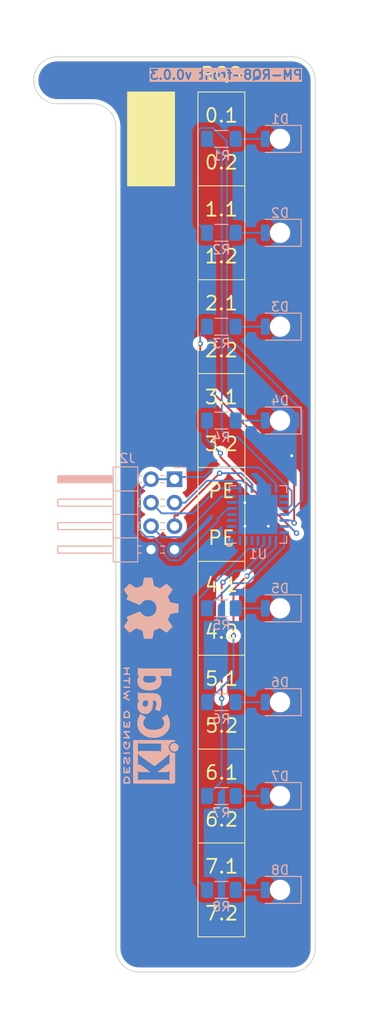
<source format=kicad_pcb>
(kicad_pcb (version 20240108) (generator "pcbnew") (generator_version "8.0")
  (title_block (title "${article} v${version}") (date "2024-07-12"))
  (layers (0 "F.Cu" signal) (31 "B.Cu" signal) (34 "B.Paste" user) (35 "F.Paste" user) (36 "B.SilkS" user "B.Silkscreen") (37 "F.SilkS" user "F.Silkscreen") (38 "B.Mask" user) (39 "F.Mask" user) (44 "Edge.Cuts" user))
  (property "article" "PM-RQ8-front")
  (property "version" "0.0.3")
  (net 0 "")
  (net 1 "GND")
  (net 2 "/MISO")
  (net 3 "/SCK")
  (net 4 "+3.3V")
  (net 5 "/MOSI")
  (net 6 "/CS")
  (net 7 "Net-(D1-A)")
  (net 8 "Net-(D2-A)")
  (net 9 "Net-(D3-A)")
  (net 10 "Net-(D4-A)")
  (net 11 "Net-(D5-A)")
  (net 12 "Net-(D6-A)")
  (net 13 "Net-(D7-A)")
  (net 14 "Net-(D8-A)")
  (net 15 "/0")
  (net 16 "/1")
  (net 17 "/2")
  (net 18 "/3")
  (net 19 "/4")
  (net 20 "/5")
  (net 21 "/6")
  (net 22 "/7")
  (footprint "kicad_inventree_lib:LED_1206_3216Metric_ReverseMount_Hole1.8x2.4mm" (layer "B.Cu") (at 77.47 110.49 180)
    (property "Reference" "D5" (at 0 2.145 0) (layer "B.SilkS") (effects (justify mirror)))
    (property "Value" "Green")
    (pad "" np_thru_hole oval (at 0 0 180) (size 1.7 1.7) (drill oval 1.7) (layers "F&B.Cu" "*.Mask"))
    (pad "1" smd roundrect (at -1.6 0 180) (size 0.95 1.8) (layers "B.Cu" "B.Paste" "B.Mask") (roundrect_rratio 0.2) (net 1 "GND"))
    (pad "2" smd roundrect (at 1.6 0 180) (size 0.95 1.8) (layers "B.Cu" "B.Paste" "B.Mask") (roundrect_rratio 0.2) (net 11 "Net-(D5-A)"))
  )
  (footprint "Resistor_SMD:R_1206_3216Metric_Pad1.30x1.75mm_HandSolder" (layer "B.Cu") (at 71.12 59.69)
    (property "Reference" "R1" (at 0 1.82 0) (layer "B.SilkS") (effects (justify mirror)))
    (property "Value" "270")
    (pad "1" smd roundrect (at -1.55 0) (size 1.3 1.75) (layers "B.Cu" "B.Paste" "B.Mask") (roundrect_rratio 0.192308) (net 15 "/0"))
    (pad "2" smd roundrect (at 1.55 0) (size 1.3 1.75) (layers "B.Cu" "B.Paste" "B.Mask") (roundrect_rratio 0.192308) (net 7 "Net-(D1-A)"))
  )
  (footprint "Resistor_SMD:R_1206_3216Metric_Pad1.30x1.75mm_HandSolder" (layer "B.Cu") (at 71.12 130.81)
    (property "Reference" "R7" (at 0 1.82 0) (layer "B.SilkS") (effects (justify mirror)))
    (property "Value" "270")
    (pad "1" smd roundrect (at -1.55 0) (size 1.3 1.75) (layers "B.Cu" "B.Paste" "B.Mask") (roundrect_rratio 0.192308) (net 21 "/6"))
    (pad "2" smd roundrect (at 1.55 0) (size 1.3 1.75) (layers "B.Cu" "B.Paste" "B.Mask") (roundrect_rratio 0.192308) (net 13 "Net-(D7-A)"))
  )
  (footprint "kicad_inventree_lib:LED_1206_3216Metric_ReverseMount_Hole1.8x2.4mm" (layer "B.Cu") (at 77.47 90.17 180)
    (property "Reference" "D4" (at 0 2.145 0) (layer "B.SilkS") (effects (justify mirror)))
    (property "Value" "Green")
    (pad "" np_thru_hole oval (at 0 0 180) (size 1.7 1.7) (drill oval 1.7) (layers "F&B.Cu" "*.Mask"))
    (pad "1" smd roundrect (at -1.6 0 180) (size 0.95 1.8) (layers "B.Cu" "B.Paste" "B.Mask") (roundrect_rratio 0.2) (net 1 "GND"))
    (pad "2" smd roundrect (at 1.6 0 180) (size 0.95 1.8) (layers "B.Cu" "B.Paste" "B.Mask") (roundrect_rratio 0.2) (net 10 "Net-(D4-A)"))
  )
  (footprint "Resistor_SMD:R_1206_3216Metric_Pad1.30x1.75mm_HandSolder" (layer "B.Cu") (at 71.12 140.97)
    (property "Reference" "R8" (at 0 1.82 0) (layer "B.SilkS") (effects (justify mirror)))
    (property "Value" "270")
    (pad "1" smd roundrect (at -1.55 0) (size 1.3 1.75) (layers "B.Cu" "B.Paste" "B.Mask") (roundrect_rratio 0.192308) (net 22 "/7"))
    (pad "2" smd roundrect (at 1.55 0) (size 1.3 1.75) (layers "B.Cu" "B.Paste" "B.Mask") (roundrect_rratio 0.192308) (net 14 "Net-(D8-A)"))
  )
  (footprint "Resistor_SMD:R_1206_3216Metric_Pad1.30x1.75mm_HandSolder" (layer "B.Cu") (at 71.12 80.01)
    (property "Reference" "R3" (at 0 1.82 0) (layer "B.SilkS") (effects (justify mirror)))
    (property "Value" "270")
    (pad "1" smd roundrect (at -1.55 0) (size 1.3 1.75) (layers "B.Cu" "B.Paste" "B.Mask") (roundrect_rratio 0.192308) (net 17 "/2"))
    (pad "2" smd roundrect (at 1.55 0) (size 1.3 1.75) (layers "B.Cu" "B.Paste" "B.Mask") (roundrect_rratio 0.192308) (net 9 "Net-(D3-A)"))
  )
  (footprint "kicad_inventree_lib:LED_1206_3216Metric_ReverseMount_Hole1.8x2.4mm" (layer "B.Cu") (at 77.47 80.01 180)
    (property "Reference" "D3" (at 0 2.145 0) (layer "B.SilkS") (effects (justify mirror)))
    (property "Value" "Green")
    (pad "" np_thru_hole oval (at 0 0 180) (size 1.7 1.7) (drill oval 1.7) (layers "F&B.Cu" "*.Mask"))
    (pad "1" smd roundrect (at -1.6 0 180) (size 0.95 1.8) (layers "B.Cu" "B.Paste" "B.Mask") (roundrect_rratio 0.2) (net 1 "GND"))
    (pad "2" smd roundrect (at 1.6 0 180) (size 0.95 1.8) (layers "B.Cu" "B.Paste" "B.Mask") (roundrect_rratio 0.2) (net 9 "Net-(D3-A)"))
  )
  (footprint "Symbol:OSHW-Symbol_6.7x6mm_SilkScreen" (layer "B.Cu") (at 63.5 110.49 90)
    (property "Reference" "REF**" (hide yes))
    (property "Value" "OSHW-Symbol_6.7x6mm_SilkScreen" (hide yes))
  )
  (footprint "Resistor_SMD:R_1206_3216Metric_Pad1.30x1.75mm_HandSolder" (layer "B.Cu") (at 71.12 110.49)
    (property "Reference" "R5" (at 0 1.82 0) (layer "B.SilkS") (effects (justify mirror)))
    (property "Value" "270")
    (pad "1" smd roundrect (at -1.55 0) (size 1.3 1.75) (layers "B.Cu" "B.Paste" "B.Mask") (roundrect_rratio 0.192308) (net 19 "/4"))
    (pad "2" smd roundrect (at 1.55 0) (size 1.3 1.75) (layers "B.Cu" "B.Paste" "B.Mask") (roundrect_rratio 0.192308) (net 11 "Net-(D5-A)"))
  )
  (footprint "kicad_inventree_lib:LED_1206_3216Metric_ReverseMount_Hole1.8x2.4mm" (layer "B.Cu") (at 77.47 120.65 180)
    (property "Reference" "D6" (at 0 2.145 0) (layer "B.SilkS") (effects (justify mirror)))
    (property "Value" "Green")
    (pad "" np_thru_hole oval (at 0 0 180) (size 1.7 1.7) (drill oval 1.7) (layers "F&B.Cu" "*.Mask"))
    (pad "1" smd roundrect (at -1.6 0 180) (size 0.95 1.8) (layers "B.Cu" "B.Paste" "B.Mask") (roundrect_rratio 0.2) (net 1 "GND"))
    (pad "2" smd roundrect (at 1.6 0 180) (size 0.95 1.8) (layers "B.Cu" "B.Paste" "B.Mask") (roundrect_rratio 0.2) (net 12 "Net-(D6-A)"))
  )
  (footprint "Package_DFN_QFN:QFN-28-1EP_6x6mm_P0.65mm_EP4.25x4.25mm" (layer "B.Cu") (at 75.08 100.33)
    (property "Reference" "U1" (at 0 4.31 0) (layer "B.SilkS") (effects (justify mirror)))
    (property "Value" "MCP23S17_ML")
    (pad "1" smd roundrect (at -2.8375 1.95) (size 1.025 0.3) (layers "B.Cu" "B.Paste" "B.Mask"))
    (pad "2" smd roundrect (at -2.8375 1.3) (size 1.025 0.3) (layers "B.Cu" "B.Paste" "B.Mask"))
    (pad "3" smd roundrect (at -2.8375 0.65) (size 1.025 0.3) (layers "B.Cu" "B.Paste" "B.Mask"))
    (pad "4" smd roundrect (at -2.8375 0) (size 1.025 0.3) (layers "B.Cu" "B.Paste" "B.Mask"))
    (pad "5" smd roundrect (at -2.8375 -0.65) (size 1.025 0.3) (layers "B.Cu" "B.Paste" "B.Mask") (net 4 "+3.3V"))
    (pad "6" smd roundrect (at -2.8375 -1.3) (size 1.025 0.3) (layers "B.Cu" "B.Paste" "B.Mask") (net 1 "GND"))
    (pad "7" smd roundrect (at -2.8375 -1.95) (size 1.025 0.3) (layers "B.Cu" "B.Paste" "B.Mask") (net 6 "/CS"))
    (pad "8" smd roundrect (at -1.95 -2.8375) (size 0.3 1.025) (layers "B.Cu" "B.Paste" "B.Mask") (net 3 "/SCK"))
    (pad "9" smd roundrect (at -1.3 -2.8375) (size 0.3 1.025) (layers "B.Cu" "B.Paste" "B.Mask") (net 5 "/MOSI"))
    (pad "10" smd roundrect (at -0.65 -2.8375) (size 0.3 1.025) (layers "B.Cu" "B.Paste" "B.Mask") (net 2 "/MISO"))
    (pad "11" smd roundrect (at 0 -2.8375) (size 0.3 1.025) (layers "B.Cu" "B.Paste" "B.Mask") (net 1 "GND"))
    (pad "12" smd roundrect (at 0.65 -2.8375) (size 0.3 1.025) (layers "B.Cu" "B.Paste" "B.Mask") (net 1 "GND"))
    (pad "13" smd roundrect (at 1.3 -2.8375) (size 0.3 1.025) (layers "B.Cu" "B.Paste" "B.Mask") (net 1 "GND"))
    (pad "14" smd roundrect (at 1.95 -2.8375) (size 0.3 1.025) (layers "B.Cu" "B.Paste" "B.Mask") (net 4 "+3.3V"))
    (pad "15" smd roundrect (at 2.8375 -1.95) (size 1.025 0.3) (layers "B.Cu" "B.Paste" "B.Mask"))
    (pad "16" smd roundrect (at 2.8375 -1.3) (size 1.025 0.3) (layers "B.Cu" "B.Paste" "B.Mask"))
    (pad "17" smd roundrect (at 2.8375 -0.65) (size 1.025 0.3) (layers "B.Cu" "B.Paste" "B.Mask") (net 15 "/0"))
    (pad "18" smd roundrect (at 2.8375 0) (size 1.025 0.3) (layers "B.Cu" "B.Paste" "B.Mask") (net 16 "/1"))
    (pad "19" smd roundrect (at 2.8375 0.65) (size 1.025 0.3) (layers "B.Cu" "B.Paste" "B.Mask") (net 17 "/2"))
    (pad "20" smd roundrect (at 2.8375 1.3) (size 1.025 0.3) (layers "B.Cu" "B.Paste" "B.Mask") (net 18 "/3"))
    (pad "21" smd roundrect (at 2.8375 1.95) (size 1.025 0.3) (layers "B.Cu" "B.Paste" "B.Mask") (net 19 "/4"))
    (pad "22" smd roundrect (at 1.95 2.8375) (size 0.3 1.025) (layers "B.Cu" "B.Paste" "B.Mask") (net 20 "/5"))
    (pad "23" smd roundrect (at 1.3 2.8375) (size 0.3 1.025) (layers "B.Cu" "B.Paste" "B.Mask") (net 21 "/6"))
    (pad "24" smd roundrect (at 0.65 2.8375) (size 0.3 1.025) (layers "B.Cu" "B.Paste" "B.Mask") (net 22 "/7"))
    (pad "25" smd roundrect (at 0 2.8375) (size 0.3 1.025) (layers "B.Cu" "B.Paste" "B.Mask"))
    (pad "26" smd roundrect (at -0.65 2.8375) (size 0.3 1.025) (layers "B.Cu" "B.Paste" "B.Mask"))
    (pad "27" smd roundrect (at -1.3 2.8375) (size 0.3 1.025) (layers "B.Cu" "B.Paste" "B.Mask"))
    (pad "28" smd roundrect (at -1.95 2.8375) (size 0.3 1.025) (layers "B.Cu" "B.Paste" "B.Mask"))
    (pad "29" smd rect (at 0 0) (size 4.25 4.25) (property pad_prop_heatsink) (layers "B.Cu" "B.Mask") (net 1 "GND"))
  )
  (footprint "Resistor_SMD:R_1206_3216Metric_Pad1.30x1.75mm_HandSolder" (layer "B.Cu") (at 71.12 90.17)
    (property "Reference" "R4" (at 0 1.82 0) (layer "B.SilkS") (effects (justify mirror)))
    (property "Value" "270")
    (pad "1" smd roundrect (at -1.55 0) (size 1.3 1.75) (layers "B.Cu" "B.Paste" "B.Mask") (roundrect_rratio 0.192308) (net 18 "/3"))
    (pad "2" smd roundrect (at 1.55 0) (size 1.3 1.75) (layers "B.Cu" "B.Paste" "B.Mask") (roundrect_rratio 0.192308) (net 10 "Net-(D4-A)"))
  )
  (footprint "Resistor_SMD:R_1206_3216Metric_Pad1.30x1.75mm_HandSolder" (layer "B.Cu") (at 71.12 69.85)
    (property "Reference" "R2" (at 0 1.82 0) (layer "B.SilkS") (effects (justify mirror)))
    (property "Value" "270")
    (pad "1" smd roundrect (at -1.55 0) (size 1.3 1.75) (layers "B.Cu" "B.Paste" "B.Mask") (roundrect_rratio 0.192308) (net 16 "/1"))
    (pad "2" smd roundrect (at 1.55 0) (size 1.3 1.75) (layers "B.Cu" "B.Paste" "B.Mask") (roundrect_rratio 0.192308) (net 8 "Net-(D2-A)"))
  )
  (footprint "kicad_inventree_lib:LED_1206_3216Metric_ReverseMount_Hole1.8x2.4mm" (layer "B.Cu") (at 77.47 59.69 180)
    (property "Reference" "D1" (at 0 2.145 0) (layer "B.SilkS") (effects (justify mirror)))
    (property "Value" "Green")
    (pad "" np_thru_hole oval (at 0 0 180) (size 1.7 1.7) (drill oval 1.7) (layers "F&B.Cu" "*.Mask"))
    (pad "1" smd roundrect (at -1.6 0 180) (size 0.95 1.8) (layers "B.Cu" "B.Paste" "B.Mask") (roundrect_rratio 0.2) (net 1 "GND"))
    (pad "2" smd roundrect (at 1.6 0 180) (size 0.95 1.8) (layers "B.Cu" "B.Paste" "B.Mask") (roundrect_rratio 0.2) (net 7 "Net-(D1-A)"))
  )
  (footprint "kicad_inventree_lib:LED_1206_3216Metric_ReverseMount_Hole1.8x2.4mm" (layer "B.Cu") (at 77.47 69.85 180)
    (property "Reference" "D2" (at 0 2.145 0) (layer "B.SilkS") (effects (justify mirror)))
    (property "Value" "Green")
    (pad "" np_thru_hole oval (at 0 0 180) (size 1.7 1.7) (drill oval 1.7) (layers "F&B.Cu" "*.Mask"))
    (pad "1" smd roundrect (at -1.6 0 180) (size 0.95 1.8) (layers "B.Cu" "B.Paste" "B.Mask") (roundrect_rratio 0.2) (net 1 "GND"))
    (pad "2" smd roundrect (at 1.6 0 180) (size 0.95 1.8) (layers "B.Cu" "B.Paste" "B.Mask") (roundrect_rratio 0.2) (net 8 "Net-(D2-A)"))
  )
  (footprint "Resistor_SMD:R_1206_3216Metric_Pad1.30x1.75mm_HandSolder" (layer "B.Cu") (at 71.12 120.65)
    (property "Reference" "R6" (at 0 1.82 0) (layer "B.SilkS") (effects (justify mirror)))
    (property "Value" "270")
    (pad "1" smd roundrect (at -1.55 0) (size 1.3 1.75) (layers "B.Cu" "B.Paste" "B.Mask") (roundrect_rratio 0.192308) (net 20 "/5"))
    (pad "2" smd roundrect (at 1.55 0) (size 1.3 1.75) (layers "B.Cu" "B.Paste" "B.Mask") (roundrect_rratio 0.192308) (net 12 "Net-(D6-A)"))
  )
  (footprint "Symbol:KiCad-Logo2_5mm_SilkScreen" (layer "B.Cu") (at 63.5 123.19 90)
    (property "Reference" "Logo_kicad" (hide yes))
    (property "Value" "KiCad-Logo2_5mm_SilkScreen" (hide yes))
  )
  (footprint "kicad_inventree_lib:LED_1206_3216Metric_ReverseMount_Hole1.8x2.4mm" (layer "B.Cu") (at 77.47 140.97 180)
    (property "Reference" "D8" (at 0 2.145 0) (layer "B.SilkS") (effects (justify mirror)))
    (property "Value" "Green")
    (pad "" np_thru_hole oval (at 0 0 180) (size 1.7 1.7) (drill oval 1.7) (layers "F&B.Cu" "*.Mask"))
    (pad "1" smd roundrect (at -1.6 0 180) (size 0.95 1.8) (layers "B.Cu" "B.Paste" "B.Mask") (roundrect_rratio 0.2) (net 1 "GND"))
    (pad "2" smd roundrect (at 1.6 0 180) (size 0.95 1.8) (layers "B.Cu" "B.Paste" "B.Mask") (roundrect_rratio 0.2) (net 14 "Net-(D8-A)"))
  )
  (footprint "kicad_inventree_lib:LED_1206_3216Metric_ReverseMount_Hole1.8x2.4mm" (layer "B.Cu") (at 77.47 130.81 180)
    (property "Reference" "D7" (at 0 2.145 0) (layer "B.SilkS") (effects (justify mirror)))
    (property "Value" "Green")
    (pad "" np_thru_hole oval (at 0 0 180) (size 1.7 1.7) (drill oval 1.7) (layers "F&B.Cu" "*.Mask"))
    (pad "1" smd roundrect (at -1.6 0 180) (size 0.95 1.8) (layers "B.Cu" "B.Paste" "B.Mask") (roundrect_rratio 0.2) (net 1 "GND"))
    (pad "2" smd roundrect (at 1.6 0 180) (size 0.95 1.8) (layers "B.Cu" "B.Paste" "B.Mask") (roundrect_rratio 0.2) (net 13 "Net-(D7-A)"))
  )
  (footprint "Connector_PinHeader_2.54mm:PinHeader_2x04_P2.54mm_Horizontal" (layer "B.Cu") (at 66.04 96.52 180)
    (property "Reference" "J2" (at 5.08 2.27 0) (layer "B.SilkS") (effects (justify mirror)))
    (property "Value" "PinHeader_02x04_P2.54_THT_angle")
    (pad "1" thru_hole rect (at 0 0 180) (size 1.7 1.7) (drill 1) (layers "*.Cu" "*.Mask") (net 4 "+3.3V"))
    (pad "2" thru_hole oval (at 2.54 0 180) (size 1.7 1.7) (drill 1) (layers "*.Cu" "*.Mask") (net 4 "+3.3V"))
    (pad "3" thru_hole oval (at 0 -2.54 180) (size 1.7 1.7) (drill 1) (layers "*.Cu" "*.Mask") (net 5 "/MOSI"))
    (pad "4" thru_hole oval (at 2.54 -2.54 180) (size 1.7 1.7) (drill 1) (layers "*.Cu" "*.Mask") (net 3 "/SCK"))
    (pad "5" thru_hole oval (at 0 -5.08 180) (size 1.7 1.7) (drill 1) (layers "*.Cu" "*.Mask") (net 2 "/MISO"))
    (pad "6" thru_hole oval (at 2.54 -5.08 180) (size 1.7 1.7) (drill 1) (layers "*.Cu" "*.Mask") (net 6 "/CS"))
    (pad "7" thru_hole oval (at 0 -7.62 180) (size 1.7 1.7) (drill 1) (layers "*.Cu" "*.Mask") (net 1 "GND"))
    (pad "8" thru_hole oval (at 2.54 -7.62 180) (size 1.7 1.7) (drill 1) (layers "*.Cu" "*.Mask") (net 1 "GND"))
  )
  (gr_line (start 68.58 54.61) (end 73.66 54.61) (stroke (width 0.1)) (layer "F.SilkS"))
  (gr_line (start 68.552762 64.77) (end 73.632762 64.77) (stroke (width 0.1)) (layer "F.SilkS"))
  (gr_line (start 68.58 105.41) (end 73.66 105.41) (stroke (width 0.1)) (layer "F.SilkS"))
  (gr_rect (start 60.96 54.61) (end 66.04 64.77) (stroke (width 0.1)) (fill solid) (layer "F.SilkS"))
  (gr_line (start 68.58 135.89) (end 73.66 135.89) (stroke (width 0.1)) (layer "F.SilkS"))
  (gr_line (start 68.58 115.57) (end 73.66 115.57) (stroke (width 0.1)) (layer "F.SilkS"))
  (gr_line (start 68.58 146.05) (end 73.66 146.05) (stroke (width 0.1)) (layer "F.SilkS"))
  (gr_line (start 68.58 85.09) (end 73.66 85.09) (stroke (width 0.1)) (layer "F.SilkS"))
  (gr_line (start 68.58 95.25) (end 73.66 95.25) (stroke (width 0.1)) (layer "F.SilkS"))
  (gr_line (start 68.58 125.73) (end 73.66 125.73) (stroke (width 0.1)) (layer "F.SilkS"))
  (gr_line (start 68.58 54.61) (end 68.58 146.05) (stroke (width 0.1)) (layer "F.SilkS"))
  (gr_line (start 68.58 74.93) (end 73.66 74.93) (stroke (width 0.1)) (layer "F.SilkS"))
  (gr_line (start 73.66 146.05) (end 73.66 54.61) (stroke (width 0.1)) (layer "F.SilkS"))
  (gr_line (start 81.28 53.34) (end 81.28 147.32) (stroke (width 0.1)) (layer "Edge.Cuts"))
  (gr_arc (start 78.74 50.8) (mid 80.536051 51.543949) (end 81.28 53.34) (stroke (width 0.1)) (layer "Edge.Cuts"))
  (gr_arc (start 62.23 149.86) (mid 60.433949 149.116051) (end 59.69 147.32) (stroke (width 0.1)) (layer "Edge.Cuts"))
  (gr_line (start 62.23 149.86) (end 78.74 149.86) (stroke (width 0.1)) (layer "Edge.Cuts"))
  (gr_arc (start 57.15 55.88) (mid 58.946051 56.623949) (end 59.69 58.42) (stroke (width 0.1)) (layer "Edge.Cuts"))
  (gr_arc (start 53.34 55.88) (mid 51.543949 55.136051) (end 50.8 53.34) (stroke (width 0.1)) (layer "Edge.Cuts"))
  (gr_arc (start 81.28 147.32) (mid 80.536051 149.116051) (end 78.74 149.86) (stroke (width 0.1)) (layer "Edge.Cuts"))
  (gr_line (start 53.34 50.8) (end 78.74 50.8) (stroke (width 0.1)) (layer "Edge.Cuts"))
  (gr_line (start 59.69 58.42) (end 59.69 147.32) (stroke (width 0.1)) (layer "Edge.Cuts"))
  (gr_arc (start 50.8 53.34) (mid 51.543949 51.543949) (end 53.34 50.8) (stroke (width 0.1)) (layer "Edge.Cuts"))
  (gr_line (start 53.34 55.88) (end 57.15 55.88) (stroke (width 0.1)) (layer "Edge.Cuts"))
  (gr_text "${article} v${version}" (at 80.01 53.34 0) (layer "B.SilkS" knockout) (effects (font (size 1 1) (thickness 0.2) (bold yes)) (justify left bottom mirror)))
  (gr_text "1.1" (at 71.12 67.31 0) (layer "F.SilkS") (effects (font (size 1.5 1.5) (thickness 0.2))))
  (gr_text "RQ8" (at 71.12 52.705 0) (layer "F.SilkS") (effects (font (size 1.5 1.5) (thickness 0.2))))
  (gr_text "3.1" (at 71.12 87.63 0) (layer "F.SilkS") (effects (font (size 1.5 1.5) (thickness 0.2))))
  (gr_text "2.2" (at 71.12 82.55 0) (layer "F.SilkS") (effects (font (size 1.5 1.5) (thickness 0.2))))
  (gr_text "7.1" (at 71.147238 138.43 0) (layer "F.SilkS") (effects (font (size 1.5 1.5) (thickness 0.2))))
  (gr_text "PE" (at 71.12 97.79 0) (layer "F.SilkS") (effects (font (size 1.5 1.5) (thickness 0.2))))
  (gr_text "6.1" (at 71.147238 128.27 0) (layer "F.SilkS") (effects (font (size 1.5 1.5) (thickness 0.2))))
  (gr_text "4.1" (at 71.12 107.95 0) (layer "F.SilkS") (effects (font (size 1.5 1.5) (thickness 0.2))))
  (gr_text "4.2" (at 71.12 113.03 0) (layer "F.SilkS") (effects (font (size 1.5 1.5) (thickness 0.2))))
  (gr_text "7.2" (at 71.147238 143.51 0) (layer "F.SilkS") (effects (font (size 1.5 1.5) (thickness 0.2))))
  (gr_text "1.2" (at 71.12 72.39 0) (layer "F.SilkS") (effects (font (size 1.5 1.5) (thickness 0.2))))
  (gr_text "2.1" (at 71.12 77.47 0) (layer "F.SilkS") (effects (font (size 1.5 1.5) (thickness 0.2))))
  (gr_text "6.2" (at 71.147238 133.35 0) (layer "F.SilkS") (effects (font (size 1.5 1.5) (thickness 0.2))))
  (gr_text "5.1" (at 71.147238 118.11 0) (layer "F.SilkS") (effects (font (size 1.5 1.5) (thickness 0.2))))
  (gr_text "0.2" (at 71.12 62.23 0) (layer "F.SilkS") (effects (font (size 1.5 1.5) (thickness 0.2))))
  (gr_text "5.2" (at 71.147238 123.19 0) (layer "F.SilkS") (effects (font (size 1.5 1.5) (thickness 0.2))))
  (gr_text "PE" (at 71.12 102.87 0) (layer "F.SilkS") (effects (font (size 1.5 1.5) (thickness 0.2))))
  (gr_text "0.1" (at 71.12 57.15 0) (layer "F.SilkS") (effects (font (size 1.5 1.5) (thickness 0.2))))
  (gr_text "3.2" (at 71.12 92.71 0) (layer "F.SilkS") (effects (font (size 1.5 1.5) (thickness 0.2))))
  (via (at 78.74 93.98) (size 0.6) (drill 0.3) (layers "F.Cu" "B.Cu") (net 1))
  (via (at 76.2 101.6) (size 0.6) (drill 0.3) (layers "F.Cu" "B.Cu") (net 1))
  (via (at 73.66 99.06) (size 0.6) (drill 0.3) (layers "F.Cu" "B.Cu") (net 1))
  (via (at 73.66 101.6) (size 0.6) (drill 0.3) (layers "F.Cu" "B.Cu") (net 1))
  (segment (start 73.69 99.03) (end 73.78 99.03) (width 0.2) (layer "B.Cu") (net 1))
  (segment (start 73.78 99.03) (end 75.08 100.33) (width 0.2) (layer "B.Cu") (net 1))
  (segment (start 76.38 99.03) (end 75.08 100.33) (width 0.2) (layer "B.Cu") (net 1))
  (segment (start 75.73 97.4925) (end 75.73 99.68) (width 0.2) (layer "B.Cu") (net 1))
  (segment (start 73.66 99.06) (end 73.69 99.03) (width 0.2) (layer "B.Cu") (net 1))
  (segment (start 72.2425 99.03) (end 73.63 99.03) (width 0.2) (layer "B.Cu") (net 1))
  (segment (start 75.73 99.68) (end 75.08 100.33) (width 0.2) (layer "B.Cu") (net 1))
  (segment (start 73.63 99.03) (end 73.66 99.06) (width 0.2) (layer "B.Cu") (net 1))
  (segment (start 75.08 97.4925) (end 75.08 100.33) (width 0.2) (layer "B.Cu") (net 1))
  (segment (start 76.38 97.4925) (end 76.38 99.03) (width 0.2) (layer "B.Cu") (net 1))
  (segment (start 66.3521 100.448) (end 70.932 95.8684) (width 0.2) (layer "F.Cu") (net 2))
  (segment (start 66.04 100.448) (end 66.3521 100.448) (width 0.2) (layer "F.Cu") (net 2))
  (segment (start 66.04 101.6) (end 66.04 100.448) (width 0.2) (layer "F.Cu") (net 2))
  (via (at 70.932 95.8684) (size 0.6) (drill 0.3) (layers "F.Cu" "B.Cu") (net 2))
  (segment (start 73.2774 95.8684) (end 74.43 97.021) (width 0.2) (layer "B.Cu") (net 2))
  (segment (start 70.932 95.8684) (end 73.2774 95.8684) (width 0.2) (layer "B.Cu") (net 2))
  (segment (start 74.43 97.021) (end 74.43 97.4925) (width 0.2) (layer "B.Cu") (net 2))
  (segment (start 63.5 99.06) (end 64.656 100.216) (width 0.2) (layer "B.Cu") (net 3))
  (segment (start 70.7376 97.4925) (end 73.13 97.4925) (width 0.2) (layer "B.Cu") (net 3))
  (segment (start 68.0139 100.216) (end 70.7376 97.4925) (width 0.2) (layer "B.Cu") (net 3))
  (segment (start 64.656 100.216) (end 68.0139 100.216) (width 0.2) (layer "B.Cu") (net 3))
  (segment (start 70.7235 101.089) (end 70.7235 100.787) (width 0.2) (layer "B.Cu") (net 4))
  (segment (start 62.9516 102.752) (end 63.7758 102.752) (width 0.2) (layer "B.Cu") (net 4))
  (segment (start 64.77 96.52) (end 65.3318 96.52) (width 0.2) (layer "B.Cu") (net 4))
  (segment (start 75.2426 95.2504) (end 77.03 97.0378) (width 0.2) (layer "B.Cu") (net 4))
  (segment (start 63.5 96.52) (end 62.2967 97.7233) (width 0.2) (layer "B.Cu") (net 4))
  (segment (start 69.2855 96.2765) (end 70.3116 95.2504) (width 0.2) (layer "B.Cu") (net 4))
  (segment (start 70.7235 100.787) (end 71.8304 99.68) (width 0.2) (layer "B.Cu") (net 4))
  (segment (start 63.7758 102.752) (end 64.8883 103.864) (width 0.2) (layer "B.Cu") (net 4))
  (segment (start 62.2967 97.7233) (end 62.2967 102.097) (width 0.2) (layer "B.Cu") (net 4))
  (segment (start 70.3116 95.2504) (end 75.2426 95.2504) (width 0.2) (layer "B.Cu") (net 4))
  (segment (start 65.5495 105.294) (end 66.5192 105.294) (width 0.2) (layer "B.Cu") (net 4))
  (segment (start 66.04 96.52) (end 64.77 96.52) (width 0.2) (layer "B.Cu") (net 4))
  (segment (start 77.03 97.0378) (end 77.03 97.4925) (width 0.2) (layer "B.Cu") (net 4))
  (segment (start 71.8304 99.68) (end 72.2425 99.68) (width 0.2) (layer "B.Cu") (net 4))
  (segment (start 64.8883 103.864) (end 64.8883 104.632) (width 0.2) (layer "B.Cu") (net 4))
  (segment (start 66.5192 105.294) (end 70.7235 101.089) (width 0.2) (layer "B.Cu") (net 4))
  (segment (start 65.5753 96.2765) (end 69.2855 96.2765) (width 0.2) (layer "B.Cu") (net 4))
  (segment (start 64.77 96.52) (end 63.5 96.52) (width 0.2) (layer "B.Cu") (net 4))
  (segment (start 62.2967 102.097) (end 62.9516 102.752) (width 0.2) (layer "B.Cu") (net 4))
  (segment (start 64.8883 104.632) (end 65.5495 105.294) (width 0.2) (layer "B.Cu") (net 4))
  (segment (start 65.3318 96.52) (end 65.5753 96.2765) (width 0.2) (layer "B.Cu") (net 4))
  (segment (start 69.575 96.6767) (end 73.3805 96.6767) (width 0.2) (layer "B.Cu") (net 5))
  (segment (start 67.1917 99.06) (end 69.575 96.6767) (width 0.2) (layer "B.Cu") (net 5))
  (segment (start 73.3805 96.6767) (end 73.78 97.0762) (width 0.2) (layer "B.Cu") (net 5))
  (segment (start 66.04 99.06) (end 67.1917 99.06) (width 0.2) (layer "B.Cu") (net 5))
  (segment (start 73.78 97.0762) (end 73.78 97.4925) (width 0.2) (layer "B.Cu") (net 5))
  (segment (start 64.691 102.791) (end 66.7208 102.791) (width 0.2) (layer "B.Cu") (net 6))
  (segment (start 63.5 101.6) (end 64.691 102.791) (width 0.2) (layer "B.Cu") (net 6))
  (segment (start 71.1314 98.38) (end 72.2425 98.38) (width 0.2) (layer "B.Cu") (net 6))
  (segment (start 66.7208 102.791) (end 71.1314 98.38) (width 0.2) (layer "B.Cu") (net 6))
  (segment (start 75.87 59.69) (end 72.67 59.69) (width 0.2) (layer "B.Cu") (net 7))
  (segment (start 75.87 69.85) (end 72.67 69.85) (width 0.2) (layer "B.Cu") (net 8))
  (segment (start 75.87 80.01) (end 72.67 80.01) (width 0.2) (layer "B.Cu") (net 9))
  (segment (start 75.87 90.17) (end 72.67 90.17) (width 0.2) (layer "B.Cu") (net 10))
  (segment (start 75.87 110.49) (end 72.67 110.49) (width 0.2) (layer "B.Cu") (net 11))
  (segment (start 75.87 120.65) (end 72.67 120.65) (width 0.2) (layer "B.Cu") (net 12))
  (segment (start 75.87 130.81) (end 72.67 130.81) (width 0.2) (layer "B.Cu") (net 13))
  (segment (start 75.87 140.97) (end 72.67 140.97) (width 0.2) (layer "B.Cu") (net 14))
  (segment (start 78.7423 99.2677) (end 78.33 99.68) (width 0.2) (layer "B.Cu") (net 15))
  (segment (start 71.1596 61.2796) (end 71.1596 91.2256) (width 0.2) (layer "B.Cu") (net 15))
  (segment (start 72.898 91.948) (end 78.7423 97.7923) (width 0.2) (layer "B.Cu") (net 15))
  (segment (start 69.57 59.69) (end 71.1596 61.2796) (width 0.2) (layer "B.Cu") (net 15))
  (segment (start 78.33 99.68) (end 77.9175 99.68) (width 0.2) (layer "B.Cu") (net 15))
  (segment (start 78.7423 97.7923) (end 78.7423 99.2677) (width 0.2) (layer "B.Cu") (net 15))
  (segment (start 71.1596 91.2256) (end 71.882 91.948) (width 0.2) (layer "B.Cu") (net 15))
  (segment (start 71.882 91.948) (end 72.898 91.948) (width 0.2) (layer "B.Cu") (net 15))
  (segment (start 78.3243 100.33) (end 77.9175 100.33) (width 0.2) (layer "B.Cu") (net 16))
  (segment (start 71.7173 59.9664) (end 71.7173 80.9359) (width 0.2) (layer "B.Cu") (net 16))
  (segment (start 71.7173 80.9359) (end 79.8761 89.0947) (width 0.2) (layer "B.Cu") (net 16))
  (segment (start 68.5959 58.7947) (end 68.8804 58.5102) (width 0.2) (layer "B.Cu") (net 16))
  (segment (start 70.2611 58.5102) (end 71.7173 59.9664) (width 0.2) (layer "B.Cu") (net 16))
  (segment (start 79.8761 89.0947) (end 79.8761 98.7782) (width 0.2) (layer "B.Cu") (net 16))
  (segment (start 68.5959 68.8759) (end 68.5959 58.7947) (width 0.2) (layer "B.Cu") (net 16))
  (segment (start 69.57 69.85) (end 68.5959 68.8759) (width 0.2) (layer "B.Cu") (net 16))
  (segment (start 68.8804 58.5102) (end 70.2611 58.5102) (width 0.2) (layer "B.Cu") (net 16))
  (segment (start 79.8761 98.7782) (end 78.3243 100.33) (width 0.2) (layer "B.Cu") (net 16))
  (segment (start 68.8292 81.8487) (end 68.8292 85.7903) (width 0.2) (layer "F.Cu") (net 17))
  (segment (start 68.8292 85.7903) (end 79.0042 95.9653) (width 0.2) (layer "F.Cu") (net 17))
  (segment (start 79.0042 95.9653) (end 79.0042 101.262) (width 0.2) (layer "F.Cu") (net 17))
  (via (at 68.8292 81.8487) (size 0.6) (drill 0.3) (layers "F.Cu" "B.Cu") (net 17))
  (via (at 79.0042 101.262) (size 0.6) (drill 0.3) (layers "F.Cu" "B.Cu") (net 17))
  (segment (start 68.8292 80.7508) (end 68.8292 81.8487) (width 0.2) (layer "B.Cu") (net 17))
  (segment (start 78.7217 100.98) (end 77.9175 100.98) (width 0.2) (layer "B.Cu") (net 17))
  (segment (start 69.57 80.01) (end 68.8292 80.7508) (width 0.2) (layer "B.Cu") (net 17))
  (segment (start 79.0042 101.262) (end 78.7217 100.98) (width 0.2) (layer "B.Cu") (net 17))
  (segment (start 71.0156 93.6976) (end 71.0156 94.1247) (width 0.2) (layer "F.Cu") (net 18))
  (segment (start 79.2481 102.357) (end 79.2659 102.357) (width 0.2) (layer "F.Cu") (net 18))
  (segment (start 71.0156 94.1247) (end 79.2481 102.357) (width 0.2) (layer "F.Cu") (net 18))
  (via (at 71.0156 93.6976) (size 0.6) (drill 0.3) (layers "F.Cu" "B.Cu") (net 18))
  (via (at 79.2659 102.357) (size 0.6) (drill 0.3) (layers "F.Cu" "B.Cu") (net 18))
  (segment (start 79.2481 102.357) (end 79.2659 102.357) (width 0.2) (layer "B.Cu") (net 18))
  (segment (start 69.57 92.252) (end 71.0156 93.6976) (width 0.2) (layer "B.Cu") (net 18))
  (segment (start 78.5209 101.63) (end 79.2481 102.357) (width 0.2) (layer "B.Cu") (net 18))
  (segment (start 69.57 90.17) (end 69.57 92.252) (width 0.2) (layer "B.Cu") (net 18))
  (segment (start 77.9175 101.63) (end 78.5209 101.63) (width 0.2) (layer "B.Cu") (net 18))
  (segment (start 73.9554 107.783) (end 77.9175 103.82) (width 0.2) (layer "B.Cu") (net 19))
  (segment (start 72.2774 107.783) (end 73.9554 107.783) (width 0.2) (layer "B.Cu") (net 19))
  (segment (start 69.57 110.49) (end 72.2774 107.783) (width 0.2) (layer "B.Cu") (net 19))
  (segment (start 77.9175 103.82) (end 77.9175 102.28) (width 0.2) (layer "B.Cu") (net 19))
  (segment (start 72.4293 108.458) (end 72.4293 113.466) (width 0.2) (layer "F.Cu") (net 20))
  (segment (start 73.8813 107.006) (end 72.4293 108.458) (width 0.2) (layer "F.Cu") (net 20))
  (via (at 72.4293 113.466) (size 0.6) (drill 0.3) (layers "F.Cu" "B.Cu") (net 20))
  (via (at 73.8813 107.006) (size 0.6) (drill 0.3) (layers "F.Cu" "B.Cu") (net 20))
  (segment (start 69.57 120.65) (end 72.4293 117.791) (width 0.2) (layer "B.Cu") (net 20))
  (segment (start 72.4293 117.791) (end 72.4293 113.466) (width 0.2) (layer "B.Cu") (net 20))
  (segment (start 77.03 103.168) (end 77.03 103.1675) (width 0.2) (layer "B.Cu") (net 20))
  (segment (start 73.8813 107.006) (end 77.03 103.857) (width 0.2) (layer "B.Cu") (net 20))
  (segment (start 77.03 103.857) (end 77.03 103.168) (width 0.2) (layer "B.Cu") (net 20))
  (segment (start 71.1484 120.263) (end 71.1484 107.823) (width 0.2) (layer "F.Cu") (net 21))
  (segment (start 71.1484 107.823) (end 71.287 107.684) (width 0.2) (layer "F.Cu") (net 21))
  (via (at 71.1484 120.263) (size 0.6) (drill 0.3) (layers "F.Cu" "B.Cu") (net 21))
  (via (at 71.287 107.684) (size 0.6) (drill 0.3) (layers "F.Cu" "B.Cu") (net 21))
  (segment (start 72.5657 106.406) (end 73.6304 106.406) (width 0.2) (layer "B.Cu") (net 21))
  (segment (start 73.6304 106.406) (end 76.38 103.656) (width 0.2) (layer "B.Cu") (net 21))
  (segment (start 76.38 103.656) (end 76.38 103.168) (width 0.2) (layer "B.Cu") (net 21))
  (segment (start 71.1484 129.232) (end 71.1484 120.263) (width 0.2) (layer "B.Cu") (net 21))
  (segment (start 71.287 107.684) (end 72.5657 106.406) (width 0.2) (layer "B.Cu") (net 21))
  (segment (start 69.57 130.81) (end 71.1484 129.232) (width 0.2) (layer "B.Cu") (net 21))
  (segment (start 76.38 103.168) (end 76.38 103.1675) (width 0.2) (layer "B.Cu") (net 21))
  (segment (start 75.73 103.168) (end 75.73 103.597) (width 0.2) (layer "B.Cu") (net 22))
  (segment (start 75.73 103.168) (end 75.73 103.1675) (width 0.2) (layer "B.Cu") (net 22))
  (segment (start 68.6152 109.494) (end 68.6152 140.015) (width 0.2) (layer "B.Cu") (net 22))
  (segment (start 74.0587 104.05) (end 68.6152 109.494) (width 0.2) (layer "B.Cu") (net 22))
  (segment (start 75.73 103.597) (end 75.2767 104.05) (width 0.2) (layer "B.Cu") (net 22))
  (segment (start 75.2767 104.05) (end 74.0587 104.05) (width 0.2) (layer "B.Cu") (net 22))
  (segment (start 68.6152 140.015) (end 69.57 140.97) (width 0.2) (layer "B.Cu") (net 22))
  (zone (net 1) (net_name "GND") (layers "F&B.Cu") (connect_pads yes (clearance 0.5)) (min_thickness 0.25) (fill yes (thermal_gap 0.5) (thermal_bridge_width 0.5))
    (polygon (pts (xy 50.8 50.8) (xy 81.28 50.8) (xy 81.28 149.86) (xy 50.8 149.86)))
  )
)
</source>
